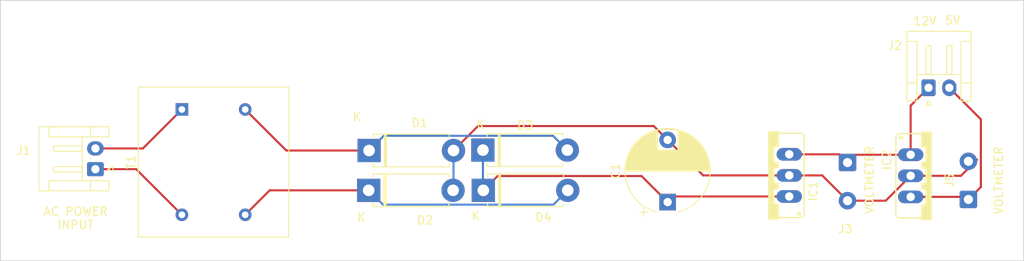
<source format=kicad_pcb>
(kicad_pcb (version 20211014) (generator pcbnew)
  (layers (0 "F.Cu" signal) (31 "B.Cu" signal) (34 "B.Paste" user) (35 "F.Paste" user) (36 "B.SilkS" user "B.Silkscreen") (37 "F.SilkS" user "F.Silkscreen") (38 "B.Mask" user) (39 "F.Mask" user) (44 "Edge.Cuts" user))
  (net 0 "")
  (net 1 "Net-(D1-Pad1)")
  (net 2 "Net-(D2-Pad1)")
  (net 3 "VS")
  (net 4 "-VDC")
  (net 5 "VAC")
  (net 6 "Net-(IC1-PadOUT)")
  (net 7 "Net-(IC2-PadOUT)")
  (footprint "L7812:78XXS" (layer "F.Cu") (at 216.14 100.55 -90)
    (fp_text reference "IC2" (at -1.907605 5.417585 -90) (layer "F.SilkS") (effects (font (size 1.001362 1.001362))))
    (fp_text value "L7812")
    (fp_line (start 5.08 1.143) (end 5.08 4.064) (layer "F.SilkS") (width 0.1524))
    (fp_line (start -5.08 4.064) (end -4.826 4.318) (layer "F.SilkS") (width 0.1524))
    (fp_line (start 4.826 4.318) (end -4.826 4.318) (layer "F.SilkS") (width 0.1524))
    (fp_line (start -5.08 4.064) (end -5.08 1.143) (layer "F.SilkS") (width 0.1524))
    (fp_line (start 4.826 4.318) (end 5.08 4.064) (layer "F.SilkS") (width 0.1524))
    (fp_circle (center -4.6228 3.7084) (end -4.3688 3.7084) (layer "F.SilkS") (width 0) (fill solid))
    (fp_poly (pts (xy -1.65194 0) (xy -0.889 0) (xy -0.889 1.27072) (xy -1.65194 1.27072)) (layer "F.SilkS") (width 0.01) (fill solid))
    (fp_poly (pts (xy 0.889108 0) (xy 1.651 0) (xy 1.651 1.27015) (xy 0.889108 1.27015)) (layer "F.SilkS") (width 0.01) (fill solid))
    (fp_poly (pts (xy 3.43575 0) (xy 5.334 0) (xy 5.334 1.2725) (xy 3.43575 1.2725)) (layer "F.SilkS") (width 0.01) (fill solid))
    (fp_poly (pts (xy -5.34038 0) (xy -3.429 0) (xy -3.429 1.27152) (xy -5.34038 1.27152)) (layer "F.SilkS") (width 0.01) (fill solid))
    (fp_poly (pts (xy -0.890588 0) (xy 0.889 0) (xy 0.889 0.763361) (xy -0.890588 0.763361)) (layer "F.SilkS") (width 0.01) (fill solid))
    (fp_poly (pts (xy 1.65264 0) (xy 3.429 0) (xy 3.429 0.762759) (xy 1.65264 0.762759)) (layer "F.SilkS") (width 0.01) (fill solid))
    (fp_poly (pts (xy -3.43546 0) (xy -1.651 0) (xy -1.651 0.763434) (xy -3.43546 0.763434)) (layer "F.SilkS") (width 0.01) (fill solid))
    (pad "GND" thru_hole oval locked (at 0 2.54 270) (size 1.524 3.048) (drill 1.016) (layers *.Cu *.Mask) (net 4 "-VDC"))
    (pad "IN" thru_hole oval locked (at -2.54 2.54 270) (size 1.524 3.048) (drill 1.016) (layers *.Cu *.Mask) (net 6 "Net-(IC1-PadOUT)"))
    (pad "OUT" thru_hole oval locked (at 2.54 2.54 270) (size 1.524 3.048) (drill 1.016) (layers *.Cu *.Mask) (net 7 "Net-(IC2-PadOUT)"))
  )
  (footprint "Connector_JST:JST_EH_S2B-EH_1x02_P2.50mm_Horizontal" (layer "F.Cu") (at 115.4825 99.75 90)
    (fp_text reference "J1" (at 2.25 -8.65 180) (layer "F.SilkS"))
    (fp_text value "Conn_01x02_Female")
    (fp_line (start 2.5 -1.59) (end 2.18 -1.59) (layer "F.SilkS") (width 0.12))
    (fp_line (start 3.89 1.61) (end 3.89 -0.59) (layer "F.SilkS") (width 0.12))
    (fp_line (start 0.32 -5.01) (end 0.32 -1.59) (layer "F.SilkS") (width 0.12))
    (fp_line (start 2.5 -5.09) (end 2.82 -5.01) (layer "F.SilkS") (width 0.12))
    (fp_line (start 5.11 1.61) (end 3.89 1.61) (layer "F.SilkS") (width 0.12))
    (fp_line (start 3.89 -0.59) (end 5.11 -0.59) (layer "F.SilkS") (width 0.12))
    (fp_line (start -0.3 2.1) (end 0.3 2.1) (layer "F.SilkS") (width 0.12))
    (fp_line (start 0 -1.59) (end -0.32 -1.59) (layer "F.SilkS") (width 0.12))
    (fp_line (start -1.39 -5.59) (end -1.39 -0.59) (layer "F.SilkS") (width 0.12))
    (fp_line (start 2.18 -5.01) (end 2.5 -5.09) (layer "F.SilkS") (width 0.12))
    (fp_line (start 3.89 -5.59) (end 3.89 -0.59) (layer "F.SilkS") (width 0.12))
    (fp_line (start 1.17 -0.59) (end 1.33 -0.59) (layer "F.SilkS") (width 0.12))
    (fp_line (start -1.39 -0.59) (end -2.61 -0.59) (layer "F.SilkS") (width 0.12))
    (fp_line (start 0.3 2.1) (end 0 1.5) (layer "F.SilkS") (width 0.12))
    (fp_line (start -1.39 -0.59) (end -1.39 1.61) (layer "F.SilkS") (width 0.12))
    (fp_line (start 2.18 -1.59) (end 2.18 -5.01) (layer "F.SilkS") (width 0.12))
    (fp_line (start -1.39 1.61) (end -2.61 1.61) (layer "F.SilkS") (width 0.12))
    (fp_line (start 0.32 -1.59) (end 0 -1.59) (layer "F.SilkS") (width 0.12))
    (fp_line (start -2.61 -6.81) (end 5.11 -6.81) (layer "F.SilkS") (width 0.12))
    (fp_line (start 0 -5.09) (end 0.32 -5.01) (layer "F.SilkS") (width 0.12))
    (fp_line (start 5.11 -5.59) (end 3.89 -5.59) (layer "F.SilkS") (width 0.12))
    (fp_line (start -1.39 -1.59) (end 3.89 -1.59) (layer "F.SilkS") (width 0.12))
    (fp_line (start 2.82 -5.01) (end 2.82 -1.59) (layer "F.SilkS") (width 0.12))
    (fp_line (start 0 1.5) (end -0.3 2.1) (layer "F.SilkS") (width 0.12))
    (fp_line (start -2.61 -5.59) (end -1.39 -5.59) (layer "F.SilkS") (width 0.12))
    (fp_line (start -0.32 -1.59) (end -0.32 -5.01) (layer "F.SilkS") (width 0.12))
    (fp_line (start -0.32 -5.01) (end 0 -5.09) (layer "F.SilkS") (width 0.12))
    (fp_line (start -2.61 1.61) (end -2.61 -6.81) (layer "F.SilkS") (width 0.12))
    (fp_line (start 2.82 -1.59) (end 2.5 -1.59) (layer "F.SilkS") (width 0.12))
    (fp_line (start 5.11 -6.81) (end 5.11 1.61) (layer "F.SilkS") (width 0.12))
    (pad "1" thru_hole roundrect (at 0 0 90) (size 1.7 2) (drill 1) (layers *.Cu *.Mask) (roundrect_rratio 0.147059) (net 5 "VAC"))
    (pad "2" thru_hole oval (at 2.5 0 90) (size 1.7 2) (drill 1) (layers *.Cu *.Mask) (net 5 "VAC"))
  )
  (footprint "Capacitor_THT:CP_Radial_D10.0mm_P7.50mm" (layer "F.Cu") (at 184.35 103.717677 90)
    (fp_text reference "C1" (at 3.75 -6.25 90) (layer "F.SilkS"))
    (fp_text value "C_Polarized")
    (fp_line (start 8.631 -1.51) (end 8.631 -1.241) (layer "F.SilkS") (width 0.12))
    (fp_line (start 7.111 1.241) (end 7.111 3.824) (layer "F.SilkS") (width 0.12))
    (fp_line (start 6.791 1.241) (end 6.791 4.08) (layer "F.SilkS") (width 0.12))
    (fp_line (start 8.751 -1.062) (end 8.751 1.062) (layer "F.SilkS") (width 0.12))
    (fp_line (start 8.831 -0.599) (end 8.831 0.599) (layer "F.SilkS") (width 0.12))
    (fp_line (start 8.431 -2.037) (end 8.431 -1.241) (layer "F.SilkS") (width 0.12))
    (fp_line (start 3.83 -5.08) (end 3.83 5.08) (layer "F.SilkS") (width 0.12))
    (fp_line (start 8.551 -1.742) (end 8.551 -1.241) (layer "F.SilkS") (width 0.12))
    (fp_line (start 8.551 1.241) (end 8.551 1.742) (layer "F.SilkS") (width 0.12))
    (fp_line (start 4.791 -4.974) (end 4.791 4.974) (layer "F.SilkS") (width 0.12))
    (fp_line (start 8.151 -2.579) (end 8.151 -1.241) (layer "F.SilkS") (width 0.12))
    (fp_line (start 8.511 1.241) (end 8.511 1.846) (layer "F.SilkS") (width 0.12))
    (fp_line (start 8.311 1.241) (end 8.311 2.289) (layer "F.SilkS") (width 0.12))
    (fp_line (start 6.111 -4.504) (end 6.111 4.504) (layer "F.SilkS") (width 0.12))
    (fp_line (start 5.631 -4.723) (end 5.631 4.723) (layer "F.SilkS") (width 0.12))
    (fp_line (start 7.671 -3.254) (end 7.671 -1.241) (layer "F.SilkS") (width 0.12))
    (fp_line (start 4.671 -4.997) (end 4.671 4.997) (layer "F.SilkS") (width 0.12))
    (fp_line (start 5.991 -4.564) (end 5.991 4.564) (layer "F.SilkS") (width 0.12))
    (fp_line (start 7.711 -3.206) (end 7.711 -1.241) (layer "F.SilkS") (width 0.12))
    (fp_line (start 4.19 -5.062) (end 4.19 5.062) (layer "F.SilkS") (width 0.12))
    (fp_line (start 8.031 1.241) (end 8.031 2.77) (layer "F.SilkS") (width 0.12))
    (fp_line (start 6.551 1.241) (end 6.551 4.247) (layer "F.SilkS") (width 0.12))
    (fp_line (start 5.191 -4.874) (end 5.191 4.874) (layer "F.SilkS") (width 0.12))
    (fp_line (start 7.191 -3.753) (end 7.191 -1.241) (layer "F.SilkS") (width 0.12))
    (fp_line (start 7.791 1.241) (end 7.791 3.106) (layer "F.SilkS") (width 0.12))
    (fp_line (start 6.871 -4.02) (end 6.871 -1.241) (layer "F.SilkS") (width 0.12))
    (fp_line (start 8.031 -2.77) (end 8.031 -1.241) (layer "F.SilkS") (width 0.12))
    (fp_line (start 8.231 1.241) (end 8.231 2.439) (layer "F.SilkS") (width 0.12))
    (fp_line (start 7.991 -2.83) (end 7.991 -1.241) (layer "F.SilkS") (width 0.12))
    (fp_line (start 7.831 1.241) (end 7.831 3.054) (layer "F.SilkS") (width 0.12))
    (fp_line (start 7.631 -3.301) (end 7.631 -1.241) (layer "F.SilkS") (width 0.12))
    (fp_line (start 7.431 -3.52) (end 7.431 -1.241) (layer "F.SilkS") (width 0.12))
    (fp_line (start 4.31 -5.05) (end 4.31 5.05) (layer "F.SilkS") (width 0.12))
    (fp_line (start 8.111 1.241) (end 8.111 2.645) (layer "F.SilkS") (width 0.12))
    (fp_line (start 7.751 1.241) (end 7.751 3.156) (layer "F.SilkS") (width 0.12))
    (fp_line (start 7.911 1.241) (end 7.911 2.945) (layer "F.SilkS") (width 0.12))
    (fp_line (start -1.729646 -2.875) (end -0.729646 -2.875) (layer "F.SilkS") (width 0.12))
    (fp_line (start 4.471 -5.03) (end 4.471 5.03) (layer "F.SilkS") (width 0.12))
    (fp_line (start 4.831 -4.965) (end 4.831 4.965) (layer "F.SilkS") (width 0.12))
    (fp_line (start 4.11 -5.068) (end 4.11 5.068) (layer "F.SilkS") (width 0.12))
    (fp_line (start 7.391 -3.561) (end 7.391 -1.241) (layer "F.SilkS") (width 0.12))
    (fp_line (start 3.99 -5.075) (end 3.99 5.075) (layer "F.SilkS") (width 0.12))
    (fp_line (start 7.511 1.241) (end 7.511 3.436) (layer "F.SilkS") (width 0.12))
    (fp_line (start 6.991 -3.925) (end 6.991 -1.241) (layer "F.SilkS") (width 0.12))
    (fp_line (start 6.631 1.241) (end 6.631 4.194) (layer "F.SilkS") (width 0.12))
    (fp_line (start 4.751 -4.982) (end 4.751 4.982) (layer "F.SilkS") (width 0.12))
    (fp_line (start 5.111 -4.897) (end 5.111 4.897) (layer "F.SilkS") (width 0.12))
    (fp_line (start 8.431 1.241) (end 8.431 2.037) (layer "F.SilkS") (width 0.12))
    (fp_line (start 6.671 -4.166) (end 6.671 -1.241) (layer "F.SilkS") (width 0.12))
    (fp_line (start 8.791 -0.862) (end 8.791 0.862) (layer "F.SilkS") (width 0.12))
    (fp_line (start 6.511 1.241) (end 6.511 4.273) (layer "F.SilkS") (width 0.12))
    (fp_line (start 6.951 -3.957) (end 6.951 -1.241) (layer "F.SilkS") (width 0.12))
    (fp_line (start 5.231 -4.862) (end 5.231 4.862) (layer "F.SilkS") (width 0.12))
    (fp_line (start 5.031 -4.918) (end 5.031 4.918) (layer "F.SilkS") (width 0.12))
    (fp_line (start 5.671 -4.707) (end 5.671 4.707) (layer "F.SilkS") (width 0.12))
    (fp_line (start 8.591 1.241) (end 8.591 1.63) (layer "F.SilkS") (width 0.12))
    (fp_line (start 7.031 -3.892) (end 7.031 -1.241) (layer "F.SilkS") (width 0.12))
    (fp_line (start 4.591 -5.011) (end 4.591 5.011) (layer "F.SilkS") (width 0.12))
    (fp_line (start 7.591 1.241) (end 7.591 3.347) (layer "F.SilkS") (width 0.12))
    (fp_line (start 3.91 -5.078) (end 3.91 5.078) (layer "F.SilkS") (width 0.12))
    (fp_line (start 6.151 -4.483) (end 6.151 4.483) (layer "F.SilkS") (width 0.12))
    (fp_line (start 8.311 -2.289) (end 8.311 -1.241) (layer "F.SilkS") (width 0.12))
    (fp_line (start 7.231 1.241) (end 7.231 3.716) (layer "F.SilkS") (width 0.12))
    (fp_line (start 7.111 -3.824) (end 7.111 -1.241) (layer "F.SilkS") (width 0.12))
    (fp_line (start 6.991 1.241) (end 6.991 3.925) (layer "F.SilkS") (width 0.12))
    (fp_line (start 3.95 -5.077) (end 3.95 5.077) (layer "F.SilkS") (width 0.12))
    (fp_line (start 5.711 -4.69) (end 5.711 4.69) (layer "F.SilkS") (width 0.12))
    (fp_line (start 6.071 -4.525) (end 6.071 4.525) (layer "F.SilkS") (width 0.12))
    (fp_line (start 5.791 -4.657) (end 5.791 4.657) (layer "F.SilkS") (width 0.12))
    (fp_line (start 3.79 -5.08) (end 3.79 5.08) (layer "F.SilkS") (width 0.12))
    (fp_line (start 6.351 -4.371) (end 6.351 -1.241) (layer "F.SilkS") (width 0.12))
    (fp_line (start 6.351 1.241) (end 6.351 4.371) (layer "F.SilkS") (width 0.12))
    (fp_line (start 3.75 -5.08) (end 3.75 5.08) (layer "F.SilkS") (width 0.12))
    (fp_line (start 6.431 1.241) (end 6.431 4.323) (layer "F.SilkS") (width 0.12))
    (fp_line (start 6.031 -4.545) (end 6.031 4.545) (layer "F.SilkS") (width 0.12))
    (fp_line (start 4.23 -5.058) (end 4.23 5.058) (layer "F.SilkS") (width 0.12))
    (fp_line (start 4.43 -5.035) (end 4.43 5.035) (layer "F.SilkS") (width 0.12))
    (fp_line (start 6.631 -4.194) (end 6.631 -1.241) (layer "F.SilkS") (width 0.12))
    (fp_line (start 5.751 -4.674) (end 5.751 4.674) (layer "F.SilkS") (width 0.12))
    (fp_line (start 5.311 -4.837) (end 5.311 4.837) (layer "F.SilkS") (width 0.12))
    (fp_line (start 7.071 1.241) (end 7.071 3.858) (layer "F.SilkS") (width 0.12))
    (fp_line (start 7.871 1.241) (end 7.871 3) (layer "F.SilkS") (width 0.12))
    (fp_line (start 6.311 1.241) (end 6.311 4.395) (layer "F.SilkS") (width 0.12))
    (fp_line (start 8.191 -2.51) (end 8.191 -1.241) (layer "F.SilkS") (width 0.12))
    (fp_line (start 6.671 1.241) (end 6.671 4.166) (layer "F.SilkS") (width 0.12))
    (fp_line (start 4.15 -5.065) (end 4.15 5.065) (layer "F.SilkS") (width 0.12))
    (fp_line (start 6.231 -4.44) (end 6.231 4.44) (layer "F.SilkS") (width 0.12))
    (fp_line (start 8.591 -1.63) (end 8.591 -1.241) (layer "F.SilkS") (width 0.12))
    (fp_line (start 7.151 1.241) (end 7.151 3.789) (layer "F.SilkS") (width 0.12))
    (fp_line (start 7.551 1.241) (end 7.551 3.392) (layer "F.SilkS") (width 0.12))
    (fp_line (start 8.151 1.241) (end 8.151 2.579) (layer "F.SilkS") (width 0.12))
    (fp_line (start 6.271 1.241) (end 6.271 4.417) (layer "F.SilkS") (width 0.12))
    (fp_line (start 6.471 1.241) (end 6.471 4.298) (layer "F.SilkS") (width 0.12))
    (fp_line (start 4.991 -4.928) (end 4.991 4.928) (layer "F.SilkS") (width 0.12))
    (fp_line (start 6.831 1.241) (end 6.831 4.05) (layer "F.SilkS") (width 0.12))
    (fp_line (start 8.511 -1.846) (end 8.511 -1.241) (layer "F.SilkS") (width 0.12))
    (fp_line (start 5.351 -4.824) (end 5.351 4.824) (layer "F.SilkS") (width 0.12))
    (fp_line (start 7.351 -3.601) (end 7.351 -1.241) (layer "F.SilkS") (width 0.12))
    (fp_line (start 5.591 -4.738) (end 5.591 4.738) (layer "F.SilkS") (width 0.12))
    (fp_line (start 8.351 -2.209) (end 8.351 -1.241) (layer "F.SilkS") (width 0.12))
    (fp_line (start 8.351 1.241) (end 8.351 2.209) (layer "F.SilkS") (width 0.12))
    (fp_line (start 6.871 1.241) (end 6.871 4.02) (layer "F.SilkS") (width 0.12))
    (fp_line (start 8.191 1.241) (end 8.191 2.51) (layer "F.SilkS") (width 0.12))
    (fp_line (start 5.151 -4.885) (end 5.151 4.885) (layer "F.SilkS") (width 0.12))
    (fp_line (start 6.911 1.241) (end 6.911 3.989) (layer "F.SilkS") (width 0.12))
    (fp_line (start 4.03 -5.073) (end 4.03 5.073) (layer "F.SilkS") (width 0.12))
    (fp_line (start 6.951 1.241) (end 6.951 3.957) (layer "F.SilkS") (width 0.12))
    (fp_line (start 7.031 1.241) (end 7.031 3.892) (layer "F.SilkS") (width 0.12))
    (fp_line (start 7.791 -3.106) (end 7.791 -1.241) (layer "F.SilkS") (width 0.12))
    (fp_line (start 7.831 -3.054) (end 7.831 -1.241) (layer "F.SilkS") (width 0.12))
    (fp_line (start 4.551 -5.018) (end 4.551 5.018) (layer "F.SilkS") (width 0.12))
    (fp_line (start 6.311 -4.395) (end 6.311 -1.241) (layer "F.SilkS") (width 0.12))
    (fp_line (start 4.39 -5.04) (end 4.39 5.04) (layer "F.SilkS") (width 0.12))
    (fp_line (start 7.271 -3.679) (end 7.271 -1.241) (layer "F.SilkS") (width 0.12))
    (fp_line (start 7.071 -3.858) (end 7.071 -1.241) (layer "F.SilkS") (width 0.12))
    (fp_line (start 6.751 -4.11) (end 6.751 -1.241) (layer "F.SilkS") (width 0.12))
    (fp_line (start 6.271 -4.417) (end 6.271 -1.241) (layer "F.SilkS") (width 0.12))
    (fp_line (start 8.471 -1.944) (end 8.471 -1.241) (layer "F.SilkS") (width 0.12))
    (fp_line (start 4.871 -4.956) (end 4.871 4.956) (layer "F.SilkS") (width 0.12))
    (fp_line (start 7.471 -3.478) (end 7.471 -1.241) (layer "F.SilkS") (width 0.12))
    (fp_line (start 4.951 -4.938) (end 4.951 4.938) (layer "F.SilkS") (width 0.12))
    (fp_line (start 6.911 -3.989) (end 6.911 -1.241) (layer "F.SilkS") (width 0.12))
    (fp_line (start 5.471 -4.783) (end 5.471 4.783) (layer "F.SilkS") (width 0.12))
    (fp_line (start 5.951 -4.584) (end 5.951 4.584) (layer "F.SilkS") (width 0.12))
    (fp_line (start 7.551 -3.392) (end 7.551 -1.241) (layer "F.SilkS") (width 0.12))
    (fp_line (start 7.311 1.241) (end 7.311 3.64) (layer "F.SilkS") (width 0.12))
    (fp_line (start 7.751 -3.156) (end 7.751 -1.241) (layer "F.SilkS") (width 0.12))
    (fp_line (start 6.831 -4.05) (end 6.831 -1.241) (layer "F.SilkS") (width 0.12))
    (fp_line (start 7.311 -3.64) (end 7.311 -1.241) (layer "F.SilkS") (width 0.12))
    (fp_line (start -1.229646 -3.375) (end -1.229646 -2.375) (layer "F.SilkS") (width 0.12))
    (fp_line (start 7.351 1.241) (end 7.351 3.601) (layer "F.SilkS") (width 0.12))
    (fp_line (start 6.751 1.241) (end 6.751 4.11) (layer "F.SilkS") (width 0.12))
    (fp_line (start 5.431 -4.797) (end 5.431 4.797) (layer "F.SilkS") (width 0.12))
    (fp_line (start 7.911 -2.945) (end 7.911 -1.241) (layer "F.SilkS") (width 0.12))
    (fp_line (start 7.391 1.241) (end 7.391 3.561) (layer "F.SilkS") (width 0.12))
    (fp_line (start 5.071 -4.907) (end 5.071 4.907) (layer "F.SilkS") (width 0.12))
    (fp_line (start 8.391 -2.125) (end 8.391 -1.241) (layer "F.SilkS") (width 0.12))
    (fp_line (start 8.231 -2.439) (end 8.231 -1.241) (layer "F.SilkS") (width 0.12))
    (fp_line (start 7.951 -2.889) (end 7.951 -1.241) (layer "F.SilkS") (width 0.12))
    (fp_line (start 6.391 1.241) (end 6.391 4.347) (layer "F.SilkS") (width 0.12))
    (fp_line (start 7.511 -3.436) (end 7.511 -1.241) (layer "F.SilkS") (width 0.12))
    (fp_line (start 7.631 1.241) (end 7.631 3.301) (layer "F.SilkS") (width 0.12))
    (fp_line (start 8.271 1.241) (end 8.271 2.365) (layer "F.SilkS") (width 0.12))
    (fp_line (start 5.871 -4.621) (end 5.871 4.621) (layer "F.SilkS") (width 0.12))
    (fp_line (start 4.711 -4.99) (end 4.711 4.99) (layer "F.SilkS") (width 0.12))
    (fp_line (start 5.911 -4.603) (end 5.911 4.603) (layer "F.SilkS") (width 0.12))
    (fp_line (start 7.191 1.241) (end 7.191 3.753) (layer "F.SilkS") (width 0.12))
    (fp_line (start 8.671 -1.378) (end 8.671 -1.241) (layer "F.SilkS") (width 0.12))
    (fp_line (start 5.511 -4.768) (end 5.511 4.768) (layer "F.SilkS") (width 0.12))
    (fp_line (start 5.391 -4.811) (end 5.391 4.811) (layer "F.SilkS") (width 0.12))
    (fp_line (start 8.271 -2.365) (end 8.271 -1.241) (layer "F.SilkS") (width 0.12))
    (fp_line (start 4.631 -5.004) (end 4.631 5.004) (layer "F.SilkS") (width 0.12))
    (fp_line (start 7.871 -3) (end 7.871 -1.241) (layer "F.SilkS") (width 0.12))
    (fp_line (start 6.711 -4.138) (end 6.711 -1.241) (layer "F.SilkS") (width 0.12))
    (fp_line (start 7.471 1.241) (end 7.471 3.478) (layer "F.SilkS") (width 0.12))
    (fp_line (start 4.35 -5.045) (end 4.35 5.045) (layer "F.SilkS") (width 0.12))
    (fp_line (start 4.27 -5.054) (end 4.27 5.054) (layer "F.SilkS") (width 0.12))
    (fp_line (start 7.951 1.241) (end 7.951 2.889) (layer "F.SilkS") (width 0.12))
    (fp_line (start 8.471 1.241) (end 8.471 1.944) (layer "F.SilkS") (width 0.12))
    (fp_line (start 6.591 -4.221) (end 6.591 -1.241) (layer "F.SilkS") (width 0.12))
    (fp_line (start 7.671 1.241) (end 7.671 3.254) (layer "F.SilkS") (width 0.12))
    (fp_line (start 6.591 1.241) (end 6.591 4.221) (layer "F.SilkS") (width 0.12))
    (fp_line (start 6.391 -4.347) (end 6.391 -1.241) (layer "F.SilkS") (width 0.12))
    (fp_line (start 4.07 -5.07) (end 4.07 5.07) (layer "F.SilkS") (width 0.12))
    (fp_line (start 8.391 1.241) (end 8.391 2.125) (layer "F.SilkS") (width 0.12))
    (fp_line (start 6.191 -4.462) (end 6.191 4.462) (layer "F.SilkS") (width 0.12))
    (fp_line (start 8.071 -2.709) (end 8.071 -1.241) (layer "F.SilkS") (width 0.12))
    (fp_line (start 7.231 -3.716) (end 7.231 -1.241) (layer "F.SilkS") (width 0.12))
    (fp_line (start 6.431 -4.323) (end 6.431 -1.241) (layer "F.SilkS") (width 0.12))
    (fp_line (start 6.511 -4.273) (end 6.511 -1.241) (layer "F.SilkS") (width 0.12))
    (fp_line (start 5.551 -4.754) (end 5.551 4.754) (layer "F.SilkS") (width 0.12))
    (fp_line (start 7.271 1.241) (end 7.271 3.679) (layer "F.SilkS") (width 0.12))
    (fp_line (start 3.87 -5.079) (end 3.87 5.079) (layer "F.SilkS") (width 0.12))
    (fp_line (start 8.071 1.241) (end 8.071 2.709) (layer "F.SilkS") (width 0.12))
    (fp_line (start 4.511 -5.024) (end 4.511 5.024) (layer "F.SilkS") (width 0.12))
    (fp_line (start 8.671 1.241) (end 8.671 1.378) (layer "F.SilkS") (width 0.12))
    (fp_line (start 7.151 -3.789) (end 7.151 -1.241) (layer "F.SilkS") (width 0.12))
    (fp_line (start 6.471 -4.298) (end 6.471 -1.241) (layer "F.SilkS") (width 0.12))
    (fp_line (start 7.991 1.241) (end 7.991 2.83) (layer "F.SilkS") (width 0.12))
    (fp_line (start 8.631 1.241) (end 8.631 1.51) (layer "F.SilkS") (width 0.12))
    (fp_line (start 7.431 1.241) (end 7.431 3.52) (layer "F.SilkS") (width 0.12))
    (fp_line (start 7.711 1.241) (end 7.711 3.206) (layer "F.SilkS") (width 0.12))
    (fp_line (start 6.711 1.241) (end 6.711 4.138) (layer "F.SilkS") (width 0.12))
    (fp_line (start 6.551 -4.247) (end 6.551 -1.241) (layer "F.SilkS") (width 0.12))
    (fp_line (start 5.831 -4.639) (end 5.831 4.639) (layer "F.SilkS") (width 0.12))
    (fp_line (start 6.791 -4.08) (end 6.791 -1.241) (layer "F.SilkS") (width 0.12))
    (fp_line (start 8.111 -2.645) (end 8.111 -1.241) (layer "F.SilkS") (width 0.12))
    (fp_line (start 5.271 -4.85) (end 5.271 4.85) (layer "F.SilkS") (width 0.12))
    (fp_line (start 4.911 -4.947) (end 4.911 4.947) (layer "F.SilkS") (width 0.12))
    (fp_line (start 7.591 -3.347) (end 7.591 -1.241) (layer "F.SilkS") (width 0.12))
    (fp_arc (start -1.21254 -1.26) (mid 8.87 0) (end -1.21254 1.26) (layer "F.SilkS") (width 0.12))
    (pad "1" thru_hole rect (at 0 0 90) (size 2 2) (drill 1) (layers *.Cu *.Mask) (net 3 "VS"))
    (pad "2" thru_hole circle (at 7.5 0 90) (size 2 2) (drill 1) (layers *.Cu *.Mask) (net 4 "-VDC"))
  )
  (footprint "Connector_Wire:SolderWire-0.5sqmm_1x02_P4.6mm_D0.9mm_OD2.1mm" (layer "F.Cu") (at 206 98.95 -90)
    (fp_text reference "J3" (at 8 0.25 180) (layer "F.SilkS"))
    (fp_text value "Conn_01x02_Female")
    (pad "1" thru_hole roundrect (at 0 0 270) (size 2.1 2.1) (drill 1.1) (layers *.Cu *.Mask) (roundrect_rratio 0.119048) (net 6 "Net-(IC1-PadOUT)"))
    (pad "2" thru_hole circle (at 4.6 0 270) (size 2.1 2.1) (drill 1.1) (layers *.Cu *.Mask) (net 4 "-VDC"))
  )
  (footprint "L7812:78XXS" (layer "F.Cu") (at 196.45 100.5 90)
    (fp_text reference "IC1" (at -1.907605 5.417585 90) (layer "F.SilkS") (effects (font (size 1.001362 1.001362))))
    (fp_text value "L7812")
    (fp_line (start -5.08 4.064) (end -5.08 1.143) (layer "F.SilkS") (width 0.1524))
    (fp_line (start 4.826 4.318) (end -4.826 4.318) (layer "F.SilkS") (width 0.1524))
    (fp_line (start 4.826 4.318) (end 5.08 4.064) (layer "F.SilkS") (width 0.1524))
    (fp_line (start -5.08 4.064) (end -4.826 4.318) (layer "F.SilkS") (width 0.1524))
    (fp_line (start 5.08 1.143) (end 5.08 4.064) (layer "F.SilkS") (width 0.1524))
    (fp_circle (center -4.6228 3.7084) (end -4.3688 3.7084) (layer "F.SilkS") (width 0) (fill solid))
    (fp_poly (pts (xy 3.43575 0) (xy 5.334 0) (xy 5.334 1.2725) (xy 3.43575 1.2725)) (layer "F.SilkS") (width 0.01) (fill solid))
    (fp_poly (pts (xy -3.43546 0) (xy -1.651 0) (xy -1.651 0.763434) (xy -3.43546 0.763434)) (layer "F.SilkS") (width 0.01) (fill solid))
    (fp_poly (pts (xy 1.65264 0) (xy 3.429 0) (xy 3.429 0.762759) (xy 1.65264 0.762759)) (layer "F.SilkS") (width 0.01) (fill solid))
    (fp_poly (pts (xy 0.889108 0) (xy 1.651 0) (xy 1.651 1.27015) (xy 0.889108 1.27015)) (layer "F.SilkS") (width 0.01) (fill solid))
    (fp_poly (pts (xy -1.65194 0) (xy -0.889 0) (xy -0.889 1.27072) (xy -1.65194 1.27072)) (layer "F.SilkS") (width 0.01) (fill solid))
    (fp_poly (pts (xy -0.890588 0) (xy 0.889 0) (xy 0.889 0.763361) (xy -0.890588 0.763361)) (layer "F.SilkS") (width 0.01) (fill solid))
    (fp_poly (pts (xy -5.34038 0) (xy -3.429 0) (xy -3.429 1.27152) (xy -5.34038 1.27152)) (layer "F.SilkS") (width 0.01) (fill solid))
    (pad "GND" thru_hole oval locked (at 0 2.54 90) (size 1.524 3.048) (drill 1.016) (layers *.Cu *.Mask) (net 4 "-VDC"))
    (pad "IN" thru_hole oval locked (at -2.54 2.54 90) (size 1.524 3.048) (drill 1.016) (layers *.Cu *.Mask) (net 3 "VS"))
    (pad "OUT" thru_hole oval locked (at 2.54 2.54 90) (size 1.524 3.048) (drill 1.016) (layers *.Cu *.Mask) (net 6 "Net-(IC1-PadOUT)"))
  )
  (footprint "Diode_THT:D_5W_P10.16mm_Horizontal" (layer "F.Cu") (at 148.42 97.5)
    (fp_text reference "D1" (at 6.08 -3.35) (layer "F.SilkS"))
    (fp_text value "D")
    (fp_text user "K" (at -1.47 -4.05) (layer "F.SilkS"))
    (fp_line (start 1.965 -1.97) (end 1.965 1.97) (layer "F.SilkS") (width 0.12))
    (fp_line (start 0.51 -1.64) (end 0.51 -1.97) (layer "F.SilkS") (width 0.12))
    (fp_line (start 0.51 1.97) (end 9.65 1.97) (layer "F.SilkS") (width 0.12))
    (fp_line (start 9.65 -1.97) (end 9.65 -1.64) (layer "F.SilkS") (width 0.12))
    (fp_line (start 0.51 -1.97) (end 9.65 -1.97) (layer "F.SilkS") (width 0.12))
    (fp_line (start 1.845 -1.97) (end 1.845 1.97) (layer "F.SilkS") (width 0.12))
    (fp_line (start 2.085 -1.97) (end 2.085 1.97) (layer "F.SilkS") (width 0.12))
    (fp_line (start 0.51 1.64) (end 0.51 1.97) (layer "F.SilkS") (width 0.12))
    (fp_line (start 9.65 1.97) (end 9.65 1.64) (layer "F.SilkS") (width 0.12))
    (pad "1" thru_hole rect (at 0 0) (size 2.8 2.8) (drill 1.4) (layers *.Cu *.Mask) (net 1 "Net-(D1-Pad1)"))
    (pad "2" thru_hole oval (at 10.16 0) (size 2.8 2.8) (drill 1.4) (layers *.Cu *.Mask) (net 4 "-VDC"))
  )
  (footprint "Connector_JST:JST_EH_S2B-EH_1x02_P2.50mm_Horizontal" (layer "F.Cu") (at 215.75 89.9325)
    (fp_text reference "J2" (at -4.05 -5.0825) (layer "F.SilkS"))
    (fp_text value "Conn_01x02_Female")
    (fp_line (start 2.18 -5.01) (end 2.5 -5.09) (layer "F.SilkS") (width 0.12))
    (fp_line (start 2.18 -1.59) (end 2.18 -5.01) (layer "F.SilkS") (width 0.12))
    (fp_line (start 2.5 -5.09) (end 2.82 -5.01) (layer "F.SilkS") (width 0.12))
    (fp_line (start -1.39 -0.59) (end -2.61 -0.59) (layer "F.SilkS") (width 0.12))
    (fp_line (start 0.32 -1.59) (end 0 -1.59) (layer "F.SilkS") (width 0.12))
    (fp_line (start -0.32 -1.59) (end -0.32 -5.01) (layer "F.SilkS") (width 0.12))
    (fp_line (start 5.11 -6.81) (end 5.11 1.61) (layer "F.SilkS") (width 0.12))
    (fp_line (start 1.17 -0.59) (end 1.33 -0.59) (layer "F.SilkS") (width 0.12))
    (fp_line (start -0.32 -5.01) (end 0 -5.09) (layer "F.SilkS") (width 0.12))
    (fp_line (start 2.82 -1.59) (end 2.5 -1.59) (layer "F.SilkS") (width 0.12))
    (fp_line (start 3.89 -0.59) (end 5.11 -0.59) (layer "F.SilkS") (width 0.12))
    (fp_line (start 5.11 -5.59) (end 3.89 -5.59) (layer "F.SilkS") (width 0.12))
    (fp_line (start -2.61 -5.59) (end -1.39 -5.59) (layer "F.SilkS") (width 0.12))
    (fp_line (start 0 1.5) (end -0.3 2.1) (layer "F.SilkS") (width 0.12))
    (fp_line (start -0.3 2.1) (end 0.3 2.1) (layer "F.SilkS") (width 0.12))
    (fp_line (start 3.89 -5.59) (end 3.89 -0.59) (layer "F.SilkS") (width 0.12))
    (fp_line (start 0.3 2.1) (end 0 1.5) (layer "F.SilkS") (width 0.12))
    (fp_line (start 5.11 1.61) (end 3.89 1.61) (layer "F.SilkS") (width 0.12))
    (fp_line (start -2.61 1.61) (end -2.61 -6.81) (layer "F.SilkS") (width 0.12))
    (fp_line (start -1.39 -0.59) (end -1.39 1.61) (layer "F.SilkS") (width 0.12))
    (fp_line (start 0 -1.59) (end -0.32 -1.59) (layer "F.SilkS") (width 0.12))
    (fp_line (start 0.32 -5.01) (end 0.32 -1.59) (layer "F.SilkS") (width 0.12))
    (fp_line (start 2.5 -1.59) (end 2.18 -1.59) (layer "F.SilkS") (width 0.12))
    (fp_line (start -1.39 -5.59) (end -1.39 -0.59) (layer "F.SilkS") (width 0.12))
    (fp_line (start -1.39 -1.59) (end 3.89 -1.59) (layer "F.SilkS") (width 0.12))
    (fp_line (start 2.82 -5.01) (end 2.82 -1.59) (layer "F.SilkS") (width 0.12))
    (fp_line (start 3.89 1.61) (end 3.89 -0.59) (layer "F.SilkS") (width 0.12))
    (fp_line (start -2.61 -6.81) (end 5.11 -6.81) (layer "F.SilkS") (width 0.12))
    (fp_line (start 0 -5.09) (end 0.32 -5.01) (layer "F.SilkS") (width 0.12))
    (fp_line (start -1.39 1.61) (end -2.61 1.61) (layer "F.SilkS") (width 0.12))
    (pad "1" thru_hole roundrect (at 0 0) (size 1.7 2) (drill 1) (layers *.Cu *.Mask) (roundrect_rratio 0.147059) (net 6 "Net-(IC1-PadOUT)"))
    (pad "2" thru_hole oval (at 2.5 0) (size 1.7 2) (drill 1) (layers *.Cu *.Mask) (net 7 "Net-(IC2-PadOUT)"))
  )
  (footprint "Diode_THT:D_5W_P10.16mm_Horizontal" (layer "F.Cu") (at 162.17 102.3)
    (fp_text reference "D4" (at 7.23 3.25) (layer "F.SilkS"))
    (fp_text value "D")
    (fp_text user "K" (at -0.92 3.1) (layer "F.SilkS"))
    (fp_line (start 9.65 1.97) (end 9.65 1.64) (layer "F.SilkS") (width 0.12))
    (fp_line (start 0.51 1.64) (end 0.51 1.97) (layer "F.SilkS") (width 0.12))
    (fp_line (start 2.085 -1.97) (end 2.085 1.97) (layer "F.SilkS") (width 0.12))
    (fp_line (start 0.51 -1.97) (end 9.65 -1.97) (layer "F.SilkS") (width 0.12))
    (fp_line (start 0.51 1.97) (end 9.65 1.97) (layer "F.SilkS") (width 0.12))
    (fp_line (start 0.51 -1.64) (end 0.51 -1.97) (layer "F.SilkS") (width 0.12))
    (fp_line (start 9.65 -1.97) (end 9.65 -1.64) (layer "F.SilkS") (width 0.12))
    (fp_line (start 1.845 -1.97) (end 1.845 1.97) (layer "F.SilkS") (width 0.12))
    (fp_line (start 1.965 -1.97) (end 1.965 1.97) (layer "F.SilkS") (width 0.12))
    (pad "1" thru_hole rect (at 0 0) (size 2.8 2.8) (drill 1.4) (layers *.Cu *.Mask) (net 3 "VS"))
    (pad "2" thru_hole oval (at 10.16 0) (size 2.8 2.8) (drill 1.4) (layers *.Cu *.Mask) (net 2 "Net-(D2-Pad1)"))
  )
  (footprint "Connector_Wire:SolderWire-0.5sqmm_1x02_P4.6mm_D0.9mm_OD2.1mm" (layer "F.Cu") (at 220.55 103.4 90)
    (fp_text reference "J5" (at 2.3 -2.25 90) (layer "F.SilkS"))
    (fp_text value "Conn_01x02_Female")
    (pad "1" thru_hole roundrect (at 0 0 90) (size 2.1 2.1) (drill 1.1) (layers *.Cu *.Mask) (roundrect_rratio 0.119048) (net 7 "Net-(IC2-PadOUT)"))
    (pad "2" thru_hole circle (at 4.6 0 90) (size 2.1 2.1) (drill 1.1) (layers *.Cu *.Mask) (net 4 "-VDC"))
  )
  (footprint "Transformer_THT:Transformer_NF_ETAL_P3324" (layer "F.Cu") (at 125.89 92.55 90)
    (fp_text reference "T1" (at -6.35 -6.1 90) (layer "F.SilkS"))
    (fp_text value "Transformer_1P_1S")
    (fp_line (start 2.7 12.9) (end -15.4 12.85) (layer "F.SilkS") (width 0.12))
    (fp_line (start -15.4 12.85) (end -15.4 -5.25) (layer "F.SilkS") (width 0.12))
    (fp_line (start 2.7 -5.25) (end 2.7 12.9) (layer "F.SilkS") (width 0.12))
    (fp_line (start -15.4 -5.25) (end 2.7 -5.25) (layer "F.SilkS") (width 0.12))
    (pad "1" thru_hole rect (at 0 0 90) (size 1.52 1.52) (drill 0.81) (layers *.Cu *.Mask) (net 5 "VAC"))
    (pad "3" thru_hole circle (at 0 7.62 90) (size 1.52 1.52) (drill 0.81) (layers *.Cu *.Mask) (net 1 "Net-(D1-Pad1)"))
    (pad "4" thru_hole circle (at -12.7 7.62 90) (size 1.52 1.52) (drill 0.81) (layers *.Cu *.Mask) (net 2 "Net-(D2-Pad1)"))
    (pad "6" thru_hole circle (at -12.7 0 90) (size 1.52 1.52) (drill 0.81) (layers *.Cu *.Mask) (net 5 "VAC"))
  )
  (footprint "Diode_THT:D_5W_P10.16mm_Horizontal" (layer "F.Cu") (at 148.37 102.3)
    (fp_text reference "D2" (at 6.78 3.6) (layer "F.SilkS"))
    (fp_text value "D")
    (fp_text user "K" (at -0.87 3.25) (layer "F.SilkS"))
    (fp_line (start 1.965 -1.97) (end 1.965 1.97) (layer "F.SilkS") (width 0.12))
    (fp_line (start 9.65 1.97) (end 9.65 1.64) (layer "F.SilkS") (width 0.12))
    (fp_line (start 0.51 1.64) (end 0.51 1.97) (layer "F.SilkS") (width 0.12))
    (fp_line (start 0.51 -1.97) (end 9.65 -1.97) (layer "F.SilkS") (width 0.12))
    (fp_line (start 1.845 -1.97) (end 1.845 1.97) (layer "F.SilkS") (width 0.12))
    (fp_line (start 9.65 -1.97) (end 9.65 -1.64) (layer "F.SilkS") (width 0.12))
    (fp_line (start 0.51 1.97) (end 9.65 1.97) (layer "F.SilkS") (width 0.12))
    (fp_line (start 0.51 -1.64) (end 0.51 -1.97) (layer "F.SilkS") (width 0.12))
    (fp_line (start 2.085 -1.97) (end 2.085 1.97) (layer "F.SilkS") (width 0.12))
    (pad "1" thru_hole rect (at 0 0) (size 2.8 2.8) (drill 1.4) (layers *.Cu *.Mask) (net 2 "Net-(D2-Pad1)"))
    (pad "2" thru_hole oval (at 10.16 0) (size 2.8 2.8) (drill 1.4) (layers *.Cu *.Mask) (net 4 "-VDC"))
  )
  (footprint "Diode_THT:D_5W_P10.16mm_Horizontal" (layer "F.Cu") (at 162.12 97.45)
    (fp_text reference "D3" (at 5.08 -2.97) (layer "F.SilkS"))
    (fp_text value "D")
    (fp_text user "K" (at -0.27 -3.1) (layer "F.SilkS"))
    (fp_line (start 1.845 -1.97) (end 1.845 1.97) (layer "F.SilkS") (width 0.12))
    (fp_line (start 9.65 -1.97) (end 9.65 -1.64) (layer "F.SilkS") (width 0.12))
    (fp_line (start 0.51 1.97) (end 9.65 1.97) (layer "F.SilkS") (width 0.12))
    (fp_line (start 0.51 -1.64) (end 0.51 -1.97) (layer "F.SilkS") (width 0.12))
    (fp_line (start 2.085 -1.97) (end 2.085 1.97) (layer "F.SilkS") (width 0.12))
    (fp_line (start 0.51 -1.97) (end 9.65 -1.97) (layer "F.SilkS") (width 0.12))
    (fp_line (start 1.965 -1.97) (end 1.965 1.97) (layer "F.SilkS") (width 0.12))
    (fp_line (start 9.65 1.97) (end 9.65 1.64) (layer "F.SilkS") (width 0.12))
    (fp_line (start 0.51 1.64) (end 0.51 1.97) (layer "F.SilkS") (width 0.12))
    (pad "1" thru_hole rect (at 0 0) (size 2.8 2.8) (drill 1.4) (layers *.Cu *.Mask) (net 3 "VS"))
    (pad "2" thru_hole oval (at 10.16 0) (size 2.8 2.8) (drill 1.4) (layers *.Cu *.Mask) (net 1 "Net-(D1-Pad1)"))
  )
  (gr_rect (start 104.05 79.4) (end 227.2 110.8) (layer "Edge.Cuts") (width 0.1) (fill none))
  (gr_text "AC POWER\nINPUT" (at 113.1 105.65) (layer "F.SilkS") (effects (font (size 1 1))))
  (gr_text "5V" (at 218.65 81.8) (layer "F.SilkS") (effects (font (size 1 1))))
  (gr_text "12V" (at 215.3 81.9) (layer "F.SilkS") (effects (font (size 1 1))))
  (gr_text "VOLTMETER" (at 224.2 101.1 90) (layer "F.SilkS") (effects (font (size 1 1))))
  (gr_text "VOLTMETER" (at 208.65 101.05 90) (layer "F.SilkS") (effects (font (size 1 1))))
  (segment (start 138.46 97.5) (end 133.51 92.55) (width 0.25) (layer "F.Cu") (net 1))
  (segment (start 148.42 97.5) (end 138.46 97.5) (width 0.25) (layer "F.Cu") (net 1))
  (segment (start 170.555489 95.725489) (end 172.28 97.45) (width 0.25) (layer "B.Cu") (net 1))
  (segment (start 148.42 97.5) (end 150.194511 95.725489) (width 0.25) (layer "B.Cu") (net 1))
  (segment (start 150.194511 95.725489) (end 170.555489 95.725489) (width 0.25) (layer "B.Cu") (net 1))
  (segment (start 136.46 102.3) (end 133.51 105.25) (width 0.25) (layer "F.Cu") (net 2))
  (segment (start 148.37 102.3) (end 136.46 102.3) (width 0.25) (layer "F.Cu") (net 2))
  (segment (start 170.605489 104.024511) (end 172.33 102.3) (width 0.25) (layer "B.Cu") (net 2))
  (segment (start 148.37 102.3) (end 150.094511 104.024511) (width 0.25) (layer "B.Cu") (net 2))
  (segment (start 150.094511 104.024511) (end 170.605489 104.024511) (width 0.25) (layer "B.Cu") (net 2))
  (segment (start 198.99 103.04) (end 185.027677 103.04) (width 0.25) (layer "F.Cu") (net 3))
  (segment (start 185.027677 103.04) (end 184.35 103.717677) (width 0.25) (layer "F.Cu") (net 3))
  (segment (start 162.17 102.3) (end 163.894511 100.575489) (width 0.25) (layer "F.Cu") (net 3))
  (segment (start 181.207812 100.575489) (end 184.35 103.717677) (width 0.25) (layer "F.Cu") (net 3))
  (segment (start 163.894511 100.575489) (end 181.207812 100.575489) (width 0.25) (layer "F.Cu") (net 3))
  (segment (start 162.12 102.25) (end 162.17 102.3) (width 0.25) (layer "B.Cu") (net 3))
  (segment (start 162.12 97.45) (end 162.12 102.25) (width 0.25) (layer "B.Cu") (net 3))
  (segment (start 202.95 100.5) (end 206 103.55) (width 0.25) (layer "F.Cu") (net 4))
  (segment (start 188.632323 100.5) (end 198.99 100.5) (width 0.25) (layer "F.Cu") (net 4))
  (segment (start 161.53 94.55) (end 182.682323 94.55) (width 0.25) (layer "F.Cu") (net 4))
  (segment (start 219.65 100.55) (end 221.6 98.6) (width 0.25) (layer "F.Cu") (net 4))
  (segment (start 184.35 96.217677) (end 188.632323 100.5) (width 0.25) (layer "F.Cu") (net 4))
  (segment (start 213.6 100.55) (end 219.65 100.55) (width 0.25) (layer "F.Cu") (net 4))
  (segment (start 182.682323 94.55) (end 184.35 96.217677) (width 0.25) (layer "F.Cu") (net 4))
  (segment (start 206 103.55) (end 210.6 103.55) (width 0.25) (layer "F.Cu") (net 4))
  (segment (start 198.99 100.5) (end 202.95 100.5) (width 0.25) (layer "F.Cu") (net 4))
  (segment (start 210.6 103.55) (end 213.6 100.55) (width 0.25) (layer "F.Cu") (net 4))
  (segment (start 158.58 97.5) (end 161.53 94.55) (width 0.25) (layer "F.Cu") (net 4))
  (segment (start 158.58 97.5) (end 158.58 102.25) (width 0.25) (layer "B.Cu") (net 4))
  (segment (start 120.39 99.75) (end 125.89 105.25) (width 0.25) (layer "F.Cu") (net 5))
  (segment (start 115.4825 97.25) (end 121.19 97.25) (width 0.25) (layer "F.Cu") (net 5))
  (segment (start 121.19 97.25) (end 125.89 92.55) (width 0.25) (layer "F.Cu") (net 5))
  (segment (start 115.4825 99.75) (end 120.39 99.75) (width 0.25) (layer "F.Cu") (net 5))
  (segment (start 198.99 97.96) (end 205.01 97.96) (width 0.25) (layer "F.Cu") (net 6))
  (segment (start 206.94 98.01) (end 213.6 98.01) (width 0.25) (layer "F.Cu") (net 6))
  (segment (start 205.01 97.96) (end 206 98.95) (width 0.25) (layer "F.Cu") (net 6))
  (segment (start 213.6 98.01) (end 213.6 92.0825) (width 0.25) (layer "F.Cu") (net 6))
  (segment (start 206 98.95) (end 206.94 98.01) (width 0.25) (layer "F.Cu") (net 6))
  (segment (start 213.6 92.0825) (end 215.75 89.9325) (width 0.25) (layer "F.Cu") (net 6))
  (segment (start 213.6 103.09) (end 220.24 103.09) (width 0.25) (layer "F.Cu") (net 7))
  (segment (start 222.04952 93.73202) (end 218.25 89.9325) (width 0.25) (layer "F.Cu") (net 7))
  (segment (start 222.04952 101.90048) (end 222.04952 93.73202) (width 0.25) (layer "F.Cu") (net 7))
  (segment (start 220.55 103.4) (end 222.04952 101.90048) (width 0.25) (layer "F.Cu") (net 7))
  (segment (start 220.24 103.09) (end 220.55 103.4) (width 0.25) (layer "F.Cu") (net 7))
)
</source>
